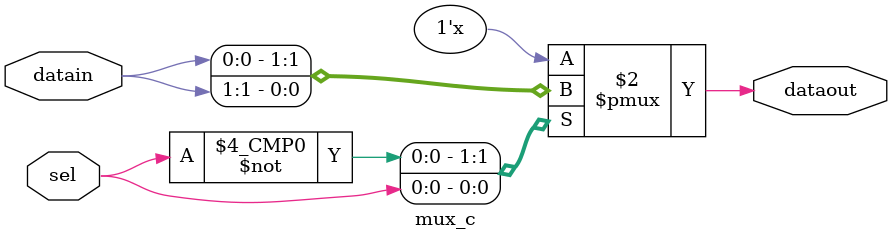
<source format=v>
module mux_c(datain, sel, dataout);
    input [1:0] datain;
    input sel;
    output reg dataout;

    always @(sel) 
    begin
        case (sel)
        0 : dataout = datain [0];
        1 : dataout = datain [1];
        endcase
    end
endmodule

</source>
